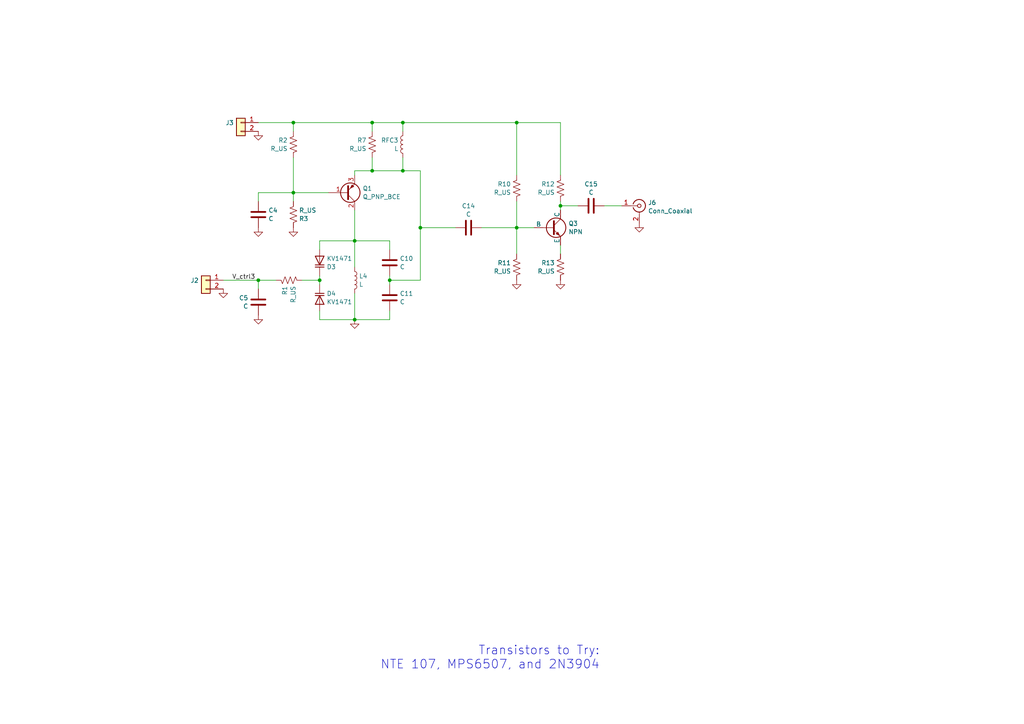
<source format=kicad_sch>
(kicad_sch (version 20230121) (generator eeschema)
  (paper "A4")
  (lib_symbols
    (symbol "Connector:Conn_Coaxial" (pin_names (offset 1.016) hide)
      (property "Reference" "J" (at 0.254 3.048 0))
      (property "Value" "Conn_Coaxial" (at 2.921 0 90))
      (symbol "Conn_Coaxial_0_1"
        (arc (start -1.778 -0.508) (mid 0.2311 -1.8066) (end 1.778 0) (stroke (width 0.254)))
        (polyline (pts (xy -2.54 0) (xy -0.508 0)))
        (polyline (pts (xy 0 -2.54) (xy 0 -1.778)))
        (circle (center 0 0) (radius 0.508) (stroke (width 0.2032)))
        (arc (start 1.778 0) (mid 0.2099 1.8101) (end -1.778 0.508) (stroke (width 0.254)))
      )
      (symbol "Conn_Coaxial_1_1"
        (pin passive line (at -5.08 0 0) (length 2.54) (name "In") (number "1"))
        (pin passive line (at 0 -5.08 90) (length 2.54) (name "Ext") (number "2"))
      )
    )
    (symbol "Connector_Generic:Conn_01x02" (pin_names (offset 1.016) hide)
      (property "Reference" "J" (at 0 2.54 0))
      (property "Value" "Conn_01x02" (at 0 -5.08 0))
      (symbol "Conn_01x02_1_1"
        (rectangle (start -1.27 -2.413) (end 0 -2.667) (stroke (width 0.1524)))
        (rectangle (start -1.27 0.127) (end 0 -0.127) (stroke (width 0.1524)))
        (rectangle (start -1.27 1.27) (end 1.27 -3.81) (stroke (width 0.254)) (fill (type background)))
        (pin passive line (at -5.08 0 0) (length 3.81) (name "Pin_1") (number "1"))
        (pin passive line (at -5.08 -2.54 0) (length 3.81) (name "Pin_2") (number "2"))
      )
    )
    (symbol "D_Capacitance_1" (pin_numbers hide) (pin_names (offset 1.016) hide)
      (property "Reference" "D4" (at -1.2121 2.032 90))
      (property "Value" "D_Capacitance" (at 1.2121 2.032 90))
      (symbol "D_Capacitance_1_0_1"
        (polyline (pts (xy -1.27 1.27) (xy -1.27 -1.27)) (stroke (width 0.254)))
        (polyline (pts (xy -0.635 0) (xy 1.27 0)))
        (polyline (pts (xy -0.635 1.27) (xy -0.635 -1.27)) (stroke (width 0.254)))
        (polyline (pts (xy 1.905 1.27) (xy 1.905 -1.27) (xy -0.635 0) (xy 1.905 1.27)) (stroke (width 0.254)))
      )
      (symbol "D_Capacitance_1_1_1"
        (pin passive line (at -3.81 0 0) (length 2.54) (name "K") (number "1"))
        (pin passive line (at 3.81 0 180) (length 2.54) (name "A") (number "2"))
      )
    )
    (symbol "Device:C" (pin_numbers hide) (pin_names (offset 0.254))
      (property "Reference" "C" (at 0.635 2.54 0))
      (property "Value" "C" (at 0.635 -2.54 0))
      (symbol "C_0_1"
        (polyline (pts (xy -2.032 -0.762) (xy 2.032 -0.762)) (stroke (width 0.508)))
        (polyline (pts (xy -2.032 0.762) (xy 2.032 0.762)) (stroke (width 0.508)))
      )
      (symbol "C_1_1"
        (pin passive line (at 0 3.81 270) (length 2.794) (name "~") (number "1"))
        (pin passive line (at 0 -3.81 90) (length 2.794) (name "~") (number "2"))
      )
    )
    (symbol "Device:D_Capacitance" (pin_numbers hide) (pin_names (offset 1.016) hide)
      (property "Reference" "D" (at 0 2.54 0))
      (property "Value" "D_Capacitance" (at 0 -3.302 0))
      (symbol "D_Capacitance_0_1"
        (polyline (pts (xy -1.27 -1.778) (xy -0.1524 -1.778)))
        (polyline (pts (xy -1.27 0) (xy 1.27 0)))
        (polyline (pts (xy -1.27 1.27) (xy -1.27 -1.27)) (stroke (width 0.254)))
        (polyline (pts (xy -0.1524 -1.27) (xy -0.1524 -2.286)))
        (polyline (pts (xy 0.1524 -1.778) (xy 1.27 -1.778)))
        (polyline (pts (xy 0.1524 -1.27) (xy 0.1524 -2.286)))
        (polyline (pts (xy 1.27 1.27) (xy 1.27 -1.27) (xy -1.27 0) (xy 1.27 1.27)) (stroke (width 0.254)))
      )
      (symbol "D_Capacitance_1_1"
        (pin passive line (at -3.81 0 0) (length 2.54) (name "K") (number "1"))
        (pin passive line (at 3.81 0 180) (length 2.54) (name "A") (number "2"))
      )
    )
    (symbol "Device:L" (pin_numbers hide) (pin_names (offset 1.016) hide)
      (property "Reference" "L" (at -1.27 0 90))
      (property "Value" "L" (at 1.905 0 90))
      (symbol "L_0_1"
        (arc (start 0 -2.54) (mid 0.6323 -1.905) (end 0 -1.27))
        (arc (start 0 -1.27) (mid 0.6323 -0.635) (end 0 0))
        (arc (start 0 0) (mid 0.6323 0.635) (end 0 1.27))
        (arc (start 0 1.27) (mid 0.6323 1.905) (end 0 2.54))
      )
      (symbol "L_1_1"
        (pin passive line (at 0 3.81 270) (length 1.27) (name "1") (number "1"))
        (pin passive line (at 0 -3.81 90) (length 1.27) (name "2") (number "2"))
      )
    )
    (symbol "Device:Q_PNP_BCE" (pin_names (offset 0) hide)
      (property "Reference" "Q" (at 5.08 1.27 0))
      (property "Value" "Q_PNP_BCE" (at 5.08 -1.27 0))
      (symbol "Q_PNP_BCE_0_1"
        (polyline (pts (xy 0.635 0.635) (xy 2.54 2.54)))
        (polyline (pts (xy 0.635 -0.635) (xy 2.54 -2.54) (xy 2.54 -2.54)))
        (polyline (pts (xy 0.635 1.905) (xy 0.635 -1.905) (xy 0.635 -1.905)) (stroke (width 0.508)))
        (polyline (pts (xy 2.286 -1.778) (xy 1.778 -2.286) (xy 1.27 -1.27) (xy 2.286 -1.778) (xy 2.286 -1.778)) (fill (type outline)))
        (circle (center 1.27 0) (radius 2.8194) (stroke (width 0.254)))
      )
      (symbol "Q_PNP_BCE_1_1"
        (pin input line (at -5.08 0 0) (length 5.715) (name "B") (number "1"))
        (pin passive line (at 2.54 5.08 270) (length 2.54) (name "C") (number "2"))
        (pin passive line (at 2.54 -5.08 90) (length 2.54) (name "E") (number "3"))
      )
    )
    (symbol "Device:R_US" (pin_numbers hide) (pin_names (offset 0))
      (property "Reference" "R" (at 2.54 0 90))
      (property "Value" "R_US" (at -2.54 0 90))
      (symbol "R_US_0_1"
        (polyline (pts (xy 0 -2.286) (xy 0 -2.54)))
        (polyline (pts (xy 0 2.286) (xy 0 2.54)))
        (polyline (pts (xy 0 -0.762) (xy 1.016 -1.143) (xy 0 -1.524) (xy -1.016 -1.905) (xy 0 -2.286)))
        (polyline (pts (xy 0 0.762) (xy 1.016 0.381) (xy 0 0) (xy -1.016 -0.381) (xy 0 -0.762)))
        (polyline (pts (xy 0 2.286) (xy 1.016 1.905) (xy 0 1.524) (xy -1.016 1.143) (xy 0 0.762)))
      )
      (symbol "R_US_1_1"
        (pin passive line (at 0 3.81 270) (length 1.27) (name "~") (number "1"))
        (pin passive line (at 0 -3.81 90) (length 1.27) (name "~") (number "2"))
      )
    )
    (symbol "Simulation_SPICE:NPN" (pin_numbers hide) (pin_names (offset 0))
      (property "Reference" "Q" (at -2.54 7.62 0))
      (property "Value" "NPN" (at -2.54 5.08 0))
      (symbol "NPN_0_1"
        (polyline (pts (xy -2.54 0) (xy 0.635 0)) (stroke (width 0.1524)))
        (polyline (pts (xy 0.635 0.635) (xy 2.54 2.54)))
        (polyline (pts (xy 2.794 -1.27) (xy 2.794 -1.27)) (stroke (width 0.1524)))
        (polyline (pts (xy 2.794 -1.27) (xy 2.794 -1.27)) (stroke (width 0.1524)))
        (polyline (pts (xy 0.635 -0.635) (xy 2.54 -2.54) (xy 2.54 -2.54)))
        (polyline (pts (xy 0.635 1.905) (xy 0.635 -1.905) (xy 0.635 -1.905)) (stroke (width 0.508)))
        (polyline (pts (xy 1.27 -1.778) (xy 1.778 -1.27) (xy 2.286 -2.286) (xy 1.27 -1.778) (xy 1.27 -1.778)) (fill (type outline)))
        (circle (center 1.27 0) (radius 2.8194) (stroke (width 0.254)))
      )
      (symbol "NPN_1_1"
        (pin open_collector line (at 2.54 5.08 270) (length 2.54) (name "C") (number "1"))
        (pin input line (at -5.08 0 0) (length 2.54) (name "B") (number "2"))
        (pin open_emitter line (at 2.54 -5.08 90) (length 2.54) (name "E") (number "3"))
      )
    )
    (symbol "power:-12V" (power) (pin_names (offset 0))
      (property "Value" "-12V" (at 0 3.81 0))
      (symbol "-12V_0_0"
        (pin power_in line (at 0 0 90) (length 0) hide (name "-12V") (number "1"))
      )
      (symbol "-12V_0_1"
        (polyline (pts (xy 0 0) (xy 0 1.27) (xy 0.762 1.27) (xy 0 2.54) (xy -0.762 1.27) (xy 0 1.27)) (fill (type outline)))
      )
    )
    (symbol "power:GND" (power) (pin_names (offset 0))
      (property "Value" "GND" (at 0 -3.81 0))
      (symbol "GND_0_1"
        (polyline (pts (xy 0 0) (xy 0 -1.27) (xy 1.27 -1.27) (xy 0 -2.54) (xy -1.27 -1.27) (xy 0 -1.27)))
      )
      (symbol "GND_1_1"
        (pin power_in line (at 0 0 270) (length 0) hide (name "GND") (number "1"))
      )
    )
    (symbol "power:VCC" (power) (pin_names (offset 0))
      (property "Value" "VCC" (at 0 3.81 0))
      (symbol "VCC_0_1"
        (polyline (pts (xy -0.762 1.27) (xy 0 2.54)))
        (polyline (pts (xy 0 0) (xy 0 2.54)))
        (polyline (pts (xy 0 2.54) (xy 0.762 1.27)))
      )
      (symbol "VCC_1_1"
        (pin power_in line (at 0 0 90) (length 0) hide (name "VCC") (number "1"))
      )
    )
  )
  (junction (at 107.95 35.56))
  (junction (at 85.09 55.88))
  (junction (at 124.46 -59.69))
  (junction (at 22.86 -34.29))
  (junction (at 255.27 -27.94))
  (junction (at 242.57 -27.94))
  (junction (at 74.93 81.28))
  (junction (at 255.27 -101.6))
  (junction (at 113.03 81.28))
  (junction (at 102.87 92.71))
  (junction (at 96.52 -34.29))
  (junction (at 116.84 35.56))
  (junction (at 104.14 -81.28))
  (junction (at 242.57 -55.88))
  (junction (at 255.27 -43.18))
  (junction (at 116.84 49.53))
  (junction (at 92.71 81.28))
  (junction (at 68.58 -49.53))
  (junction (at 102.87 69.85))
  (junction (at 242.57 -83.82))
  (junction (at 162.56 59.69))
  (junction (at 85.09 35.56))
  (junction (at 107.95 49.53))
  (junction (at 86.36 -81.28))
  (junction (at 224.79 -43.18))
  (junction (at 224.79 -55.88))
  (junction (at 58.42 -49.53))
  (junction (at 40.64 -49.53))
  (junction (at 242.57 -73.66))
  (junction (at 114.3 -34.29))
  (junction (at 96.52 -49.53))
  (junction (at 121.92 66.04))
  (junction (at 86.36 -49.53))
  (junction (at 40.64 -34.29))
  (junction (at 149.86 35.56))
  (junction (at 114.3 -59.69))
  (junction (at 149.86 66.04))
  (junction (at 207.01 -43.18))
  (wire (pts (xy 237.49 -55.88) (xy 242.57 -55.88)))
  (wire (pts (xy 85.09 35.56) (xy 85.09 38.1)))
  (wire (pts (xy 113.03 81.28) (xy 113.03 80.01)))
  (wire (pts (xy 224.79 -43.18) (xy 224.79 -40.64)))
  (wire (pts (xy 255.27 -43.18) (xy 255.27 -40.64)))
  (wire (pts (xy 207.01 -55.88) (xy 212.09 -55.88)))
  (wire (pts (xy 114.3 -59.69) (xy 124.46 -59.69)))
  (wire (pts (xy 85.09 35.56) (xy 107.95 35.56)))
  (wire (pts (xy 104.14 -81.28) (xy 104.14 -76.2)))
  (wire (pts (xy 74.93 55.88) (xy 85.09 55.88)))
  (wire (pts (xy 114.3 -44.45) (xy 114.3 -34.29)))
  (wire (pts (xy 149.86 58.42) (xy 149.86 66.04)))
  (wire (pts (xy 207.01 -43.18) (xy 207.01 -40.64)))
  (wire (pts (xy 102.87 85.09) (xy 102.87 92.71)))
  (wire (pts (xy 242.57 -27.94) (xy 242.57 -33.02)))
  (wire (pts (xy 85.09 45.72) (xy 85.09 55.88)))
  (wire (pts (xy 85.09 55.88) (xy 95.25 55.88)))
  (wire (pts (xy 96.52 -49.53) (xy 106.68 -49.53)))
  (wire (pts (xy 255.27 -43.18) (xy 267.97 -43.18)))
  (wire (pts (xy 64.77 81.28) (xy 74.93 81.28)))
  (wire (pts (xy 267.97 -73.66) (xy 242.57 -73.66)))
  (wire (pts (xy 124.46 -41.91) (xy 124.46 -46.99)))
  (wire (pts (xy 102.87 69.85) (xy 113.03 69.85)))
  (wire (pts (xy 74.93 83.82) (xy 74.93 81.28)))
  (wire (pts (xy 74.93 35.56) (xy 85.09 35.56)))
  (wire (pts (xy 149.86 66.04) (xy 149.86 73.66)))
  (wire (pts (xy 86.36 -83.82) (xy 86.36 -81.28)))
  (wire (pts (xy 260.35 -27.94) (xy 255.27 -27.94)))
  (wire (pts (xy 86.36 -54.61) (xy 86.36 -49.53)))
  (wire (pts (xy 242.57 -101.6) (xy 255.27 -101.6)))
  (wire (pts (xy 113.03 82.55) (xy 113.03 81.28)))
  (wire (pts (xy 102.87 92.71) (xy 113.03 92.71)))
  (wire (pts (xy 267.97 -50.8) (xy 267.97 -43.18)))
  (wire (pts (xy 265.43 -96.52) (xy 265.43 -101.6)))
  (wire (pts (xy 113.03 92.71) (xy 113.03 90.17)))
  (wire (pts (xy 114.3 -68.58) (xy 114.3 -59.69)))
  (wire (pts (xy 255.27 -101.6) (xy 255.27 -88.9)))
  (wire (pts (xy 132.08 66.04) (xy 121.92 66.04)))
  (wire (pts (xy 162.56 35.56) (xy 149.86 35.56)))
  (wire (pts (xy 116.84 35.56) (xy 149.86 35.56)))
  (wire (pts (xy 116.84 49.53) (xy 121.92 49.53)))
  (wire (pts (xy 96.52 -34.29) (xy 96.52 -36.83)))
  (wire (pts (xy 22.86 -34.29) (xy 27.94 -34.29)))
  (wire (pts (xy 242.57 -96.52) (xy 242.57 -101.6)))
  (wire (pts (xy 180.34 59.69) (xy 175.26 59.69)))
  (wire (pts (xy 114.3 -59.69) (xy 114.3 -54.61)))
  (wire (pts (xy 219.71 -55.88) (xy 224.79 -55.88)))
  (wire (pts (xy 255.27 -78.74) (xy 255.27 -60.96)))
  (wire (pts (xy 92.71 69.85) (xy 102.87 69.85)))
  (wire (pts (xy 92.71 90.17) (xy 92.71 92.71)))
  (wire (pts (xy 86.36 -49.53) (xy 96.52 -49.53)))
  (wire (pts (xy 40.64 -49.53) (xy 40.64 -44.45)))
  (wire (pts (xy 162.56 73.66) (xy 162.56 71.12)))
  (wire (pts (xy 116.84 35.56) (xy 116.84 38.1)))
  (wire (pts (xy 247.65 -55.88) (xy 242.57 -55.88)))
  (wire (pts (xy 124.46 -59.69) (xy 129.54 -59.69)))
  (wire (pts (xy 149.86 50.8) (xy 149.86 35.56)))
  (wire (pts (xy 86.36 -81.28) (xy 104.14 -81.28)))
  (wire (pts (xy 86.36 -44.45) (xy 86.36 -49.53)))
  (wire (pts (xy 114.3 -76.2) (xy 114.3 -81.28)))
  (wire (pts (xy 87.63 81.28) (xy 92.71 81.28)))
  (wire (pts (xy 107.95 49.53) (xy 102.87 49.53)))
  (wire (pts (xy 224.79 -45.72) (xy 224.79 -43.18)))
  (wire (pts (xy 121.92 81.28) (xy 121.92 66.04)))
  (wire (pts (xy 207.01 -53.34) (xy 207.01 -55.88)))
  (wire (pts (xy 242.57 -22.86) (xy 242.57 -27.94)))
  (wire (pts (xy 22.86 -34.29) (xy 22.86 -29.21)))
  (wire (pts (xy 116.84 35.56) (xy 107.95 35.56)))
  (wire (pts (xy 85.09 55.88) (xy 85.09 58.42)))
  (wire (pts (xy 114.3 -81.28) (xy 104.14 -81.28)))
  (wire (pts (xy 242.57 -55.88) (xy 242.57 -40.64)))
  (wire (pts (xy 68.58 -13.97) (xy 68.58 -26.67)))
  (wire (pts (xy 102.87 69.85) (xy 102.87 77.47)))
  (wire (pts (xy 273.05 -27.94) (xy 267.97 -27.94)))
  (wire (pts (xy 107.95 38.1) (xy 107.95 35.56)))
  (wire (pts (xy 242.57 -73.66) (xy 242.57 -68.58)))
  (wire (pts (xy 114.3 -31.75) (xy 114.3 -34.29)))
  (wire (pts (xy 86.36 -13.97) (xy 86.36 -36.83)))
  (wire (pts (xy 40.64 -34.29) (xy 40.64 -36.83)))
  (wire (pts (xy 224.79 -53.34) (xy 224.79 -55.88)))
  (wire (pts (xy 114.3 -21.59) (xy 114.3 -24.13)))
  (wire (pts (xy 242.57 -55.88) (xy 242.57 -60.96)))
  (wire (pts (xy 167.64 59.69) (xy 162.56 59.69)))
  (wire (pts (xy 116.84 45.72) (xy 116.84 49.53)))
  (wire (pts (xy 40.64 -31.75) (xy 40.64 -34.29)))
  (wire (pts (xy 124.46 -54.61) (xy 124.46 -59.69)))
  (wire (pts (xy 74.93 58.42) (xy 74.93 55.88)))
  (wire (pts (xy 107.95 45.72) (xy 107.95 49.53)))
  (wire (pts (xy 40.64 -13.97) (xy 40.64 -24.13)))
  (wire (pts (xy 35.56 -34.29) (xy 40.64 -34.29)))
  (wire (pts (xy 101.6 -34.29) (xy 96.52 -34.29)))
  (wire (pts (xy 121.92 66.04) (xy 121.92 49.53)))
  (wire (pts (xy 81.28 -81.28) (xy 86.36 -81.28)))
  (wire (pts (xy 102.87 60.96) (xy 102.87 69.85)))
  (wire (pts (xy 267.97 -58.42) (xy 267.97 -73.66)))
  (wire (pts (xy 58.42 -34.29) (xy 58.42 -49.53)))
  (wire (pts (xy 22.86 -13.97) (xy 22.86 -21.59)))
  (wire (pts (xy 139.7 66.04) (xy 149.86 66.04)))
  (wire (pts (xy 147.32 -59.69) (xy 137.16 -59.69)))
  (wire (pts (xy 255.27 -27.94) (xy 242.57 -27.94)))
  (wire (pts (xy 242.57 -83.82) (xy 247.65 -83.82)))
  (wire (pts (xy 162.56 50.8) (xy 162.56 35.56)))
  (wire (pts (xy 35.56 -49.53) (xy 40.64 -49.53)))
  (wire (pts (xy 96.52 -49.53) (xy 96.52 -44.45)))
  (wire (pts (xy 81.28 -49.53) (xy 86.36 -49.53)))
  (wire (pts (xy 242.57 -88.9) (xy 242.57 -83.82)))
  (wire (pts (xy 273.05 -30.48) (xy 273.05 -27.94)))
  (wire (pts (xy 92.71 81.28) (xy 92.71 82.55)))
  (wire (pts (xy 162.56 58.42) (xy 162.56 59.69)))
  (wire (pts (xy 68.58 -49.53) (xy 73.66 -49.53)))
  (wire (pts (xy 102.87 49.53) (xy 102.87 50.8)))
  (wire (pts (xy 114.3 -34.29) (xy 109.22 -34.29)))
  (wire (pts (xy 154.94 66.04) (xy 149.86 66.04)))
  (wire (pts (xy 265.43 -101.6) (xy 255.27 -101.6)))
  (wire (pts (xy 92.71 72.39) (xy 92.71 69.85)))
  (wire (pts (xy 196.85 -43.18) (xy 207.01 -43.18)))
  (wire (pts (xy 113.03 69.85) (xy 113.03 72.39)))
  (wire (pts (xy 255.27 -50.8) (xy 255.27 -43.18)))
  (wire (pts (xy 86.36 -62.23) (xy 86.36 -81.28)))
  (wire (pts (xy 224.79 -55.88) (xy 229.87 -55.88)))
  (wire (pts (xy 224.79 -43.18) (xy 255.27 -43.18)))
  (wire (pts (xy 17.78 -34.29) (xy 22.86 -34.29)))
  (wire (pts (xy 96.52 -34.29) (xy 96.52 -31.75)))
  (wire (pts (xy 255.27 -33.02) (xy 255.27 -27.94)))
  (wire (pts (xy 162.56 59.69) (xy 162.56 60.96)))
  (wire (pts (xy 74.93 81.28) (xy 80.01 81.28)))
  (wire (pts (xy 68.58 -49.53) (xy 68.58 -34.29)))
  (wire (pts (xy 92.71 80.01) (xy 92.71 81.28)))
  (wire (pts (xy 58.42 -13.97) (xy 58.42 -26.67)))
  (wire (pts (xy 242.57 -83.82) (xy 242.57 -73.66)))
  (wire (pts (xy 116.84 49.53) (xy 107.95 49.53)))
  (wire (pts (xy 40.64 -49.53) (xy 45.72 -49.53)))
  (wire (pts (xy 207.01 -45.72) (xy 207.01 -43.18)))
  (wire (pts (xy 113.03 81.28) (xy 121.92 81.28)))
  (wire (pts (xy 96.52 -13.97) (xy 96.52 -24.13)))
  (wire (pts (xy 58.42 -49.53) (xy 68.58 -49.53)))
  (wire (pts (xy 92.71 92.71) (xy 102.87 92.71)))
  (wire (pts (xy 53.34 -49.53) (xy 58.42 -49.53)))
  (rectangle (start 176.53 -106.68) (end 276.86 -11.43))
  (rectangle (start 10.16 -90.17) (end 158.75 -7.62))
  (text "Homebrew RF Circuit Design\n220MHz Low Noise Cascode LO\nhttps://www.qsl.net/va3iul" (at 240.03 -74.93 0) (effects (font (size 2.54 2.54)) (justify right bottom)))
  (text "A 220 MHz Low PhaseNoise \nColpitts Oscillator\nNing Lu, Mark Haney" (at 24.13 -62.23 0) (effects (font (size 2.54 2.54)) (justify left bottom)))
  (text "Transistors to Try:\nNTE 107, MPS6507, and 2N3904" (at 173.99 194.31 0) (effects (font (size 2.54 2.54)) (justify right bottom)))
  (label "V_ctrl1" (at 20.32 -34.29 0))
  (label "V_ctrl3" (at 67.31 81.28 0))
  (label "V_out1" (at 138.43 -59.69 0))
  (label "V_out2" (at 205.74 -43.18 180))
  (symbol (lib_id "Device:C") (at 224.79 -36.83 180) (unit 1)
    (property "Reference" "C19" (at 221.869 -35.6179 0) (effects (justify left)))
    (property "Value" "22pF" (at 221.869 -38.0421 0) (effects (justify left)))
  )
  (symbol (lib_id "power:GND") (at 40.64 -13.97 0) (unit 1)
    (property "Reference" "#PWR04" (effects hide))
    (property "Value" "GND" (effects hide))
  )
  (symbol (lib_id "Device:C") (at 77.47 -49.53 270) (mirror x) (unit 1)
    (property "Reference" "C6" (at 76.2579 -46.609 0) (effects (justify right)))
    (property "Value" "C" (at 78.6821 -46.609 0) (effects (justify right)))
  )
  (symbol (lib_id "Device:L") (at 102.87 81.28 0) (unit 1)
    (property "Reference" "L4" (at 104.1372 80.0679 0) (effects (justify left)))
    (property "Value" "L" (at 104.1372 82.4921 0) (effects (justify left)))
  )
  (symbol (lib_id "power:GND") (at 147.32 -57.15 0) (unit 1)
    (property "Reference" "#PWR020" (effects hide))
    (property "Value" "GND" (effects hide))
  )
  (symbol (lib_id "Device:L") (at 264.16 -27.94 90) (unit 1)
    (property "Reference" "L6" (at 262.9479 -29.2072 0) (effects (justify left)))
    (property "Value" "1uH" (at 265.3721 -29.2072 0) (effects (justify left)))
  )
  (symbol (lib_id "Device:C") (at 224.79 -49.53 180) (unit 1)
    (property "Reference" "C18" (at 221.869 -48.3179 0) (effects (justify left)))
    (property "Value" "33pF" (at 221.869 -50.7421 0) (effects (justify left)))
  )
  (symbol (lib_id "Device:R_US") (at 105.41 -34.29 90) (mirror x) (unit 1)
    (property "Reference" "R6" (at 104.1979 -32.639 0) (effects (justify left)))
    (property "Value" "R_US" (at 106.6221 -32.639 0) (effects (justify left)))
  )
  (symbol (lib_id "Connector_Generic:Conn_01x02") (at 191.77 -43.18 0) (mirror y) (unit 1)
    (property "Reference" "J7" (at 189.738 -43.1221 0) (effects (justify left)))
    (property "Value" "Conn_01x02" (effects hide))
  )
  (symbol (lib_id "Device:R_US") (at 162.56 54.61 0) (mirror y) (unit 1)
    (property "Reference" "R12" (at 160.909 53.3979 0) (effects (justify left)))
    (property "Value" "R_US" (at 160.909 55.8221 0) (effects (justify left)))
  )
  (symbol (lib_id "power:GND") (at 27.94 -49.53 0) (unit 1)
    (property "Reference" "#PWR03" (effects hide))
    (property "Value" "GND" (effects hide))
  )
  (symbol (lib_id "Device:C") (at 207.01 -36.83 180) (unit 1)
    (property "Reference" "C17" (at 204.089 -35.6179 0) (effects (justify left)))
    (property "Value" "160pF" (at 204.089 -38.0421 0) (effects (justify left)))
  )
  (symbol (lib_id "Device:C") (at 135.89 66.04 90) (unit 1)
    (property "Reference" "C14" (at 135.89 59.7367 90))
    (property "Value" "C" (at 135.89 62.1609 90))
  )
  (symbol (lib_id "Device:R_US") (at 85.09 62.23 0) (mirror x) (unit 1)
    (property "Reference" "R3" (at 86.741 63.4421 0) (effects (justify left)))
    (property "Value" "R_US" (at 86.741 61.0179 0) (effects (justify left)))
  )
  (symbol (lib_id "power:GND") (at 96.52 -13.97 0) (unit 1)
    (property "Reference" "#PWR015" (effects hide))
    (property "Value" "GND" (effects hide))
  )
  (symbol (lib_id "power:GND") (at 196.85 -40.64 0) (mirror y) (unit 1)
    (property "Reference" "#PWR024" (effects hide))
    (property "Value" "GND" (effects hide))
  )
  (symbol (lib_id "Device:C") (at 74.93 62.23 0) (unit 1)
    (property "Reference" "C4" (at 77.851 61.0179 0) (effects (justify left)))
    (property "Value" "C" (at 77.851 63.4421 0) (effects (justify left)))
  )
  (symbol (lib_id "power:GND") (at 242.57 -15.24 0) (unit 1)
    (property "Reference" "#PWR027" (effects hide))
    (property "Value" "GND" (effects hide))
  )
  (symbol (lib_id "Connector_Generic:Conn_01x02") (at 69.85 35.56 0) (mirror y) (unit 1)
    (property "Reference" "J3" (at 67.818 35.6179 0) (effects (justify left)))
    (property "Value" "Conn_01x02" (effects hide))
  )
  (symbol (lib_id "Device:R_US") (at 85.09 41.91 0) (mirror y) (unit 1)
    (property "Reference" "R2" (at 83.439 40.6979 0) (effects (justify left)))
    (property "Value" "R_US" (at 83.439 43.1221 0) (effects (justify left)))
  )
  (symbol (lib_id "power:GND") (at 104.14 -68.58 0) (unit 1)
    (property "Reference" "#PWR017" (effects hide))
    (property "Value" "GND" (effects hide))
  )
  (symbol (lib_id "Device:C") (at 133.35 -59.69 270) (unit 1)
    (property "Reference" "C13" (at 133.35 -65.9933 90))
    (property "Value" "C" (at 133.35 -63.5691 90))
  )
  (symbol (lib_id "Device:R_US") (at 162.56 77.47 0) (mirror y) (unit 1)
    (property "Reference" "R13" (at 160.909 76.2579 0) (effects (justify left)))
    (property "Value" "R_US" (at 160.909 78.6821 0) (effects (justify left)))
  )
  (symbol (lib_name "D_Capacitance_1") (lib_id "Device:D_Capacitance") (at 92.71 76.2 270) (mirror x) (unit 1)
    (property "Reference" "D3" (at 94.742 77.4121 90) (effects (justify left)))
    (property "Value" "KV1471" (at 94.742 74.9879 90) (effects (justify left)))
  )
  (symbol (lib_id "Device:C") (at 104.14 -72.39 0) (mirror x) (unit 1)
    (property "Reference" "C9" (at 101.219 -73.6021 0) (effects (justify right)))
    (property "Value" "C" (at 101.219 -71.1779 0) (effects (justify right)))
  )
  (symbol (lib_id "power:GND") (at 86.36 -13.97 0) (unit 1)
    (property "Reference" "#PWR014" (effects hide))
    (property "Value" "GND" (effects hide))
  )
  (symbol (lib_id "Device:L") (at 215.9 -55.88 90) (unit 1)
    (property "Reference" "L5" (at 214.6879 -57.1472 0) (effects (justify left)))
    (property "Value" "150nH" (at 217.1121 -57.1472 0) (effects (justify left)))
  )
  (symbol (lib_id "Device:C") (at 49.53 -49.53 270) (unit 1)
    (property "Reference" "C2" (at 50.7421 -46.609 0) (effects (justify left)))
    (property "Value" "C" (at 48.3179 -46.609 0) (effects (justify left)))
  )
  (symbol (lib_id "Device:C") (at 113.03 76.2 0) (unit 1)
    (property "Reference" "C10" (at 115.951 74.9879 0) (effects (justify left)))
    (property "Value" "C" (at 115.951 77.4121 0) (effects (justify left)))
  )
  (symbol (lib_id "power:GND") (at 85.09 66.04 0) (unit 1)
    (property "Reference" "#PWR012" (effects hide))
    (property "Value" "GND" (effects hide))
  )
  (symbol (lib_name "D_Capacitance_1") (lib_id "Device:D_Capacitance") (at 92.71 86.36 270) (unit 1)
    (property "Reference" "D4" (at 94.742 85.1479 90) (effects (justify left)))
    (property "Value" "KV1471" (at 94.742 87.5721 90) (effects (justify left)))
  )
  (symbol (lib_id "Device:L") (at 31.75 -49.53 90) (unit 1)
    (property "Reference" "L1" (at 30.5379 -50.7972 0) (effects (justify left)))
    (property "Value" "L" (at 32.9621 -50.7972 0) (effects (justify left)))
  )
  (symbol (lib_id "Device:Q_PNP_BCE") (at 100.33 55.88 0) (mirror x) (unit 1)
    (property "Reference" "Q1" (at 105.1814 54.6679 0) (effects (justify left)))
    (property "Value" "Q_PNP_BCE" (at 105.1814 57.0921 0) (effects (justify left)))
  )
  (symbol (lib_id "Device:C") (at 96.52 -40.64 180) (unit 1)
    (property "Reference" "C7" (at 99.441 -41.8521 0) (effects (justify right)))
    (property "Value" "C" (at 99.441 -39.4279 0) (effects (justify right)))
  )
  (symbol (lib_id "power:GND") (at 224.79 -33.02 0) (unit 1)
    (property "Reference" "#PWR026" (effects hide))
    (property "Value" "GND" (effects hide))
  )
  (symbol (lib_id "Device:R_US") (at 124.46 -50.8 0) (mirror x) (unit 1)
    (property "Reference" "R9" (at 126.111 -49.5879 0) (effects (justify left)))
    (property "Value" "R_US" (at 126.111 -52.0121 0) (effects (justify left)))
  )
  (symbol (lib_id "Simulation_SPICE:NPN") (at 160.02 66.04 0) (unit 1)
    (property "Reference" "Q3" (at 164.8714 64.8279 0) (effects (justify left)))
    (property "Value" "NPN" (at 164.8714 67.2521 0) (effects (justify left)))
    (property "Sim.Device" "NPN" (effects hide))
    (property "Sim.Type" "GUMMELPOON" (effects hide))
    (property "Sim.Pins" "1=C 2=B 3=E" (effects hide))
  )
  (symbol (lib_id "Device:C") (at 267.97 -54.61 0) (unit 1)
    (property "Reference" "C22" (at 270.891 -55.8221 0) (effects (justify left)))
    (property "Value" "2.2nF" (at 270.891 -53.3979 0) (effects (justify left)))
  )
  (symbol (lib_id "Device:L") (at 114.3 -72.39 0) (mirror y) (unit 1)
    (property "Reference" "RFC1" (at 113.0327 -73.6021 0) (effects (justify left)))
    (property "Value" "L" (at 113.0327 -71.1779 0) (effects (justify left)))
  )
  (symbol (lib_id "Device:C") (at 207.01 -49.53 180) (unit 1)
    (property "Reference" "C16" (at 204.089 -48.3179 0) (effects (justify left)))
    (property "Value" "4.3pF" (at 204.089 -50.7421 0) (effects (justify left)))
  )
  (symbol (lib_id "power:GND") (at 185.42 64.77 0) (unit 1)
    (property "Reference" "#PWR023" (effects hide))
    (property "Value" "GND" (effects hide))
  )
  (symbol (lib_id "Device:R_US") (at 107.95 41.91 0) (mirror y) (unit 1)
    (property "Reference" "R7" (at 106.299 40.6979 0) (effects (justify left)))
    (property "Value" "R_US" (at 106.299 43.1221 0) (effects (justify left)))
  )
  (symbol (lib_id "Device:R_US") (at 83.82 81.28 90) (mirror x) (unit 1)
    (property "Reference" "R1" (at 82.6079 82.931 0) (effects (justify left)))
    (property "Value" "R_US" (at 85.0321 82.931 0) (effects (justify left)))
  )
  (symbol (lib_id "Device:R_US") (at 86.36 -40.64 0) (mirror y) (unit 1)
    (property "Reference" "R5" (at 84.709 -41.8521 0) (effects (justify left)))
    (property "Value" "R_US" (at 84.709 -39.4279 0) (effects (justify left)))
  )
  (symbol (lib_id "Simulation_SPICE:NPN") (at 111.76 -49.53 0) (unit 1)
    (property "Reference" "Q2" (at 116.6114 -50.7421 0) (effects (justify left)))
    (property "Value" "NPN" (at 116.6114 -48.3179 0) (effects (justify left)))
    (property "Sim.Device" "NPN" (effects hide))
    (property "Sim.Type" "GUMMELPOON" (effects hide))
    (property "Sim.Pins" "1=C 2=B 3=E" (effects hide))
  )
  (symbol (lib_id "power:GND") (at 22.86 -13.97 0) (unit 1)
    (property "Reference" "#PWR02" (effects hide))
    (property "Value" "GND" (effects hide))
  )
  (symbol (lib_id "power:GND") (at 74.93 38.1 0) (unit 1)
    (property "Reference" "#PWR08" (effects hide))
    (property "Value" "GND" (effects hide))
  )
  (symbol (lib_id "Connector_Generic:Conn_01x02") (at 12.7 -34.29 0) (mirror y) (unit 1)
    (property "Reference" "J1" (at 10.668 -34.2321 0) (effects (justify left)))
    (property "Value" "Conn_01x02" (effects hide))
  )
  (symbol (lib_id "Device:D_Capacitance") (at 40.64 -40.64 90) (unit 1)
    (property "Reference" "D1" (at 43.561 -41.8521 90) (effects (justify right)))
    (property "Value" "D_Capacitance" (at 43.561 -39.4279 90) (effects (justify right)))
  )
  (symbol (lib_id "Device:R_US") (at 149.86 54.61 0) (mirror y) (unit 1)
    (property "Reference" "R10" (at 148.209 53.3979 0) (effects (justify left)))
    (property "Value" "R_US" (at 148.209 55.8221 0) (effects (justify left)))
  )
  (symbol (lib_id "power:GND") (at 74.93 66.04 0) (unit 1)
    (property "Reference" "#PWR09" (effects hide))
    (property "Value" "GND" (effects hide))
  )
  (symbol (lib_id "power:VCC") (at 86.36 -83.82 0) (unit 1)
    (property "Reference" "#PWR013" (effects hide))
    (property "Value" "VCC" (at 86.36 -87.9531 0))
  )
  (symbol (lib_id "power:GND") (at 265.43 -96.52 0) (unit 1)
    (property "Reference" "#PWR028" (effects hide))
    (property "Value" "GND" (effects hide))
  )
  (symbol (lib_id "Device:R_US") (at 149.86 77.47 0) (mirror y) (unit 1)
    (property "Reference" "R11" (at 148.209 76.2579 0) (effects (justify left)))
    (property "Value" "R_US" (at 148.209 78.6821 0) (effects (justify left)))
  )
  (symbol (lib_id "power:GND") (at 58.42 -13.97 0) (unit 1)
    (property "Reference" "#PWR05" (effects hide))
    (property "Value" "GND" (effects hide))
  )
  (symbol (lib_id "Device:C") (at 58.42 -30.48 0) (unit 1)
    (property "Reference" "C3" (at 61.341 -31.6921 0) (effects (justify left)))
    (property "Value" "C" (at 61.341 -29.2679 0) (effects (justify left)))
  )
  (symbol (lib_id "Device:C") (at 242.57 -19.05 0) (unit 1)
    (property "Reference" "C21" (at 245.491 -20.2621 0) (effects (justify left)))
    (property "Value" "2.2nF" (at 245.491 -17.8379 0) (effects (justify left)))
  )
  (symbol (lib_id "Connector:Conn_Coaxial") (at 185.42 59.69 0) (unit 1)
    (property "Reference" "J6" (at 187.9601 58.7711 0) (effects (justify left)))
    (property "Value" "Conn_Coaxial" (at 187.9601 61.1953 0) (effects (justify left)))
    (property "Datasheet" " ~" (effects hide))
  )
  (symbol (lib_id "power:GND") (at 124.46 -34.29 0) (unit 1)
    (property "Reference" "#PWR019" (effects hide))
    (property "Value" "GND" (effects hide))
  )
  (symbol (lib_id "Device:C") (at 22.86 -25.4 0) (unit 1)
    (property "Reference" "C1" (at 25.781 -26.6121 0) (effects (justify left)))
    (property "Value" "C" (at 25.781 -24.1879 0) (effects (justify left)))
  )
  (symbol (lib_id "Device:D_Capacitance") (at 40.64 -27.94 270) (unit 1)
    (property "Reference" "D2" (at 42.672 -29.1521 90) (effects (justify left)))
    (property "Value" "D_Capacitance" (at 42.672 -26.7279 90) (effects (justify left)))
  )
  (symbol (lib_id "Device:L") (at 31.75 -34.29 90) (unit 1)
    (property "Reference" "L2" (at 30.5379 -35.5572 0) (effects (justify left)))
    (property "Value" "L" (at 32.9621 -35.5572 0) (effects (justify left)))
  )
  (symbol (lib_id "Device:C") (at 113.03 86.36 0) (unit 1)
    (property "Reference" "C11" (at 115.951 85.1479 0) (effects (justify left)))
    (property "Value" "C" (at 115.951 87.5721 0) (effects (justify left)))
  )
  (symbol (lib_id "power:GND") (at 74.93 91.44 0) (unit 1)
    (property "Reference" "#PWR010" (effects hide))
    (property "Value" "GND" (effects hide))
  )
  (symbol (lib_id "Simulation_SPICE:NPN") (at 252.73 -55.88 0) (unit 1)
    (property "Reference" "Q5" (at 257.5814 -57.0921 0) (effects (justify left)))
    (property "Value" "BFR91" (at 257.5814 -54.6679 0) (effects (justify left)))
    (property "Sim.Device" "NPN" (effects hide))
    (property "Sim.Type" "GUMMELPOON" (effects hide))
    (property "Sim.Pins" "1=C 2=B 3=E" (effects hide))
  )
  (symbol (lib_id "power:GND") (at 149.86 81.28 0) (unit 1)
    (property "Reference" "#PWR021" (effects hide))
    (property "Value" "GND" (effects hide))
  )
  (symbol (lib_id "Connector_Generic:Conn_01x02") (at 152.4 -59.69 0) (unit 1)
    (property "Reference" "J5" (at 154.432 -59.6321 0) (effects (justify left)))
    (property "Value" "Conn_01x02" (effects hide))
  )
  (symbol (lib_id "power:GND") (at 162.56 81.28 0) (unit 1)
    (property "Reference" "#PWR022" (effects hide))
    (property "Value" "GND" (effects hide))
  )
  (symbol (lib_id "Connector_Generic:Conn_01x02") (at 76.2 -81.28 0) (mirror y) (unit 1)
    (property "Reference" "J4" (at 74.168 -81.2221 0) (effects (justify left)))
    (property "Value" "Conn_01x02" (effects hide))
  )
  (symbol (lib_id "Device:R_US") (at 242.57 -64.77 0) (mirror x) (unit 1)
    (property "Reference" "R15" (at 244.221 -63.5579 0) (effects (justify left)))
    (property "Value" "5.1k" (at 244.221 -65.9821 0) (effects (justify left)))
  )
  (symbol (lib_id "power:GND") (at 114.3 -13.97 0) (unit 1)
    (property "Reference" "#PWR018" (effects hide))
    (property "Value" "GND" (effects hide))
  )
  (symbol (lib_id "Device:C") (at 233.68 -55.88 90) (unit 1)
    (property "Reference" "C20" (at 232.4679 -58.801 0) (effects (justify left)))
    (property "Value" "3.3pF" (at 234.8921 -58.801 0) (effects (justify left)))
  )
  (symbol (lib_id "Device:L") (at 116.84 41.91 0) (mirror y) (unit 1)
    (property "Reference" "RFC3" (at 115.5727 40.6979 0) (effects (justify left)))
    (property "Value" "L" (at 115.5727 43.1221 0) (effects (justify left)))
  )
  (symbol (lib_id "Device:C") (at 124.46 -38.1 180) (unit 1)
    (property "Reference" "C12" (at 127.381 -39.3121 0) (effects (justify right)))
    (property "Value" "C" (at 127.381 -36.8879 0) (effects (justify right)))
  )
  (symbol (lib_id "Device:C") (at 96.52 -27.94 0) (mirror x) (unit 1)
    (property "Reference" "C8" (at 93.599 -29.1521 0) (effects (justify right)))
    (property "Value" "C" (at 93.599 -26.7279 0) (effects (justify right)))
  )
  (symbol (lib_id "power:GND") (at 17.78 -31.75 0) (unit 1)
    (property "Reference" "#PWR01" (effects hide))
    (property "Value" "GND" (effects hide))
  )
  (symbol (lib_id "Simulation_SPICE:NPN") (at 252.73 -83.82 0) (unit 1)
    (property "Reference" "Q4" (at 257.5814 -85.0321 0) (effects (justify left)))
    (property "Value" "BFR91" (at 257.5814 -82.6079 0) (effects (justify left)))
    (property "Sim.Device" "NPN" (effects hide))
    (property "Sim.Type" "GUMMELPOON" (effects hide))
    (property "Sim.Pins" "1=C 2=B 3=E" (effects hide))
  )
  (symbol (lib_id "Device:R_US") (at 86.36 -58.42 0) (mirror y) (unit 1)
    (property "Reference" "R4" (at 84.709 -59.6321 0) (effects (justify left)))
    (property "Value" "R_US" (at 84.709 -57.2079 0) (effects (justify left)))
  )
  (symbol (lib_id "Connector_Generic:Conn_01x02") (at 59.69 81.28 0) (mirror y) (unit 1)
    (property "Reference" "J2" (at 57.658 81.3379 0) (effects (justify left)))
    (property "Value" "Conn_01x02" (effects hide))
  )
  (symbol (lib_id "power:-12V") (at 273.05 -30.48 0) (unit 1)
    (property "Reference" "#PWR029" (effects hide))
    (property "Value" "-12V" (at 273.05 -34.6131 0))
  )
  (symbol (lib_id "power:GND") (at 68.58 -13.97 0) (unit 1)
    (property "Reference" "#PWR07" (effects hide))
    (property "Value" "GND" (effects hide))
  )
  (symbol (lib_id "Device:C") (at 74.93 87.63 0) (mirror y) (unit 1)
    (property "Reference" "C5" (at 72.009 86.4179 0) (effects (justify left)))
    (property "Value" "C" (at 72.009 88.8421 0) (effects (justify left)))
  )
  (symbol (lib_id "Device:L") (at 68.58 -30.48 0) (unit 1)
    (property "Reference" "L3" (at 69.8472 -31.6921 0) (effects (justify left)))
    (property "Value" "L" (at 69.8472 -29.2679 0) (effects (justify left)))
  )
  (symbol (lib_id "Device:C") (at 171.45 59.69 90) (unit 1)
    (property "Reference" "C15" (at 171.45 53.3867 90))
    (property "Value" "C" (at 171.45 55.8109 90))
  )
  (symbol (lib_id "Device:R_US") (at 114.3 -17.78 0) (mirror y) (unit 1)
    (property "Reference" "R8" (at 112.649 -18.9921 0) (effects (justify left)))
    (property "Value" "R_US" (at 112.649 -16.5679 0) (effects (justify left)))
  )
  (symbol (lib_id "power:GND") (at 81.28 -78.74 0) (unit 1)
    (property "Reference" "#PWR011" (effects hide))
    (property "Value" "GND" (effects hide))
  )
  (symbol (lib_id "Device:R_US") (at 255.27 -36.83 0) (mirror x) (unit 1)
    (property "Reference" "R17" (at 256.921 -35.6179 0) (effects (justify left)))
    (property "Value" "620" (at 256.921 -38.0421 0) (effects (justify left)))
  )
  (symbol (lib_id "power:GND") (at 207.01 -33.02 0) (unit 1)
    (property "Reference" "#PWR025" (effects hide))
    (property "Value" "GND" (effects hide))
  )
  (symbol (lib_id "Device:L") (at 114.3 -27.94 0) (unit 1)
    (property "Reference" "RFC2" (at 115.5673 -29.1521 0) (effects (justify left)))
    (property "Value" "L" (at 115.5673 -26.7279 0) (effects (justify left)))
  )
  (symbol (lib_id "Device:R_US") (at 242.57 -36.83 0) (mirror x) (unit 1)
    (property "Reference" "R16" (at 244.221 -35.6179 0) (effects (justify left)))
    (property "Value" "6.8k" (at 244.221 -38.0421 0) (effects (justify left)))
  )
  (symbol (lib_id "Device:R_US") (at 242.57 -92.71 0) (mirror x) (unit 1)
    (property "Reference" "R14" (at 244.221 -91.4979 0) (effects (justify left)))
    (property "Value" "6.8k" (at 244.221 -93.9221 0) (effects (justify left)))
  )
  (symbol (lib_id "power:GND") (at 102.87 92.71 0) (unit 1)
    (property "Reference" "#PWR016" (effects hide))
    (property "Value" "GND" (effects hide))
  )
  (symbol (lib_id "power:GND") (at 64.77 83.82 0) (unit 1)
    (property "Reference" "#PWR06" (effects hide))
    (property "Value" "GND" (effects hide))
  )
)
</source>
